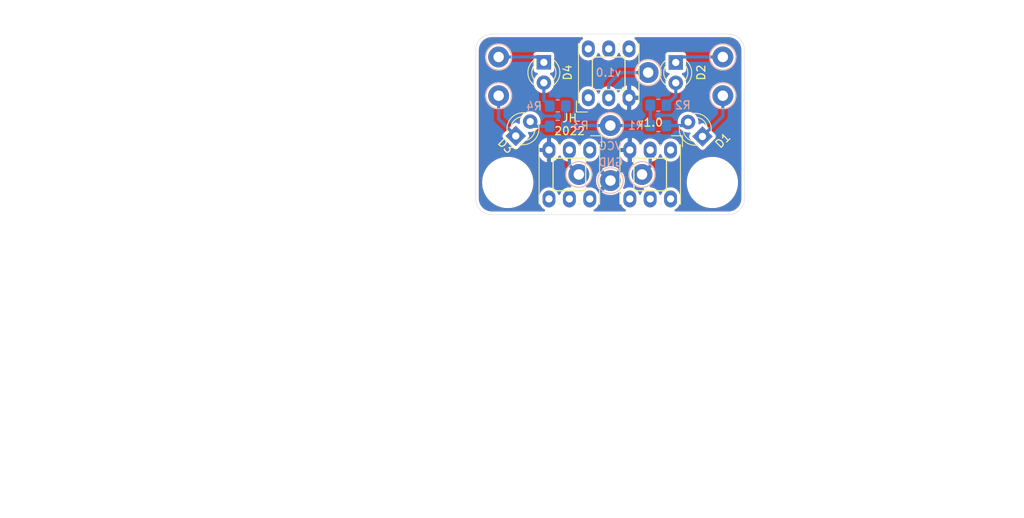
<source format=kicad_pcb>
(kicad_pcb (version 20211014) (generator pcbnew)
  (layers (0 "F.Cu" signal) (31 "B.Cu" signal) (34 "B.Paste" user) (35 "F.Paste" user) (36 "B.SilkS" user "B.Silkscreen") (37 "F.SilkS" user "F.Silkscreen") (38 "B.Mask" user) (39 "F.Mask" user) (44 "Edge.Cuts" user))
  (net 0 "")
  (net 1 "GND")
  (net 2 "VCC")
  (net 3 "Net-(D1-Pad2)")
  (net 4 "Net-(D2-Pad2)")
  (net 5 "Net-(D1-Pad1)")
  (net 6 "Net-(D2-Pad1)")
  (net 15 "Net-(D3-Pad1)")
  (net 16 "Net-(D3-Pad2)")
  (net 21 "Net-(D4-Pad1)")
  (net 22 "Net-(D4-Pad2)")
  (net 23 "Net-(OMINUS1-Pad1)")
  (net 24 "Net-(OMINUS2-Pad1)")
  (net 25 "Net-(OPLUS1-Pad1)")
  (footprint "MountingHole:MountingHole_3.2mm_M3" (layer "F.Cu") (at 110.366 42.656)
    (fp_text reference "H1" hide)
    (fp_text value "MountingHole")
    (pad "" np_thru_hole circle (at 0 0) (size 3.2 3.2) (drill 3.2) (layers F&B.Cu *.Mask) (clearance 1.6))
  )
  (footprint "MountingHole:MountingHole_3.2mm_M3" (layer "F.Cu") (at 84.866 42.656 90)
    (fp_text reference "H2" hide)
    (fp_text value "MountingHole")
    (pad "" np_thru_hole circle (at 0 0 90) (size 3.2 3.2) (drill 3.2) (layers F&B.Cu *.Mask) (clearance 1.6))
  )
  (footprint "Switch_KMZ:KLS7" (layer "F.Cu") (at 97.446 29.048 90)
    (fp_text reference "SWPLUS1" hide)
    (fp_text value "SW_Push_DPDT")
    (fp_line (start -3.67 1.15) (end -3.67 1.39) (layer "F.SilkS") (width 0.12))
    (fp_line (start -3.67 3.69) (end -3.67 3.77) (layer "F.SilkS") (width 0.12))
    (fp_line (start 2.032 -2.032) (end -2.032 -2.032) (layer "F.SilkS") (width 0.15))
    (fp_line (start -2.032 -2.032) (end -2.032 2.032) (layer "F.SilkS") (width 0.15))
    (fp_line (start -4.826 -4.02) (end -3.456 -4.02) (layer "F.SilkS") (width 0.12))
    (fp_line (start 3.67 -3.77) (end 3.67 -3.69) (layer "F.SilkS") (width 0.12))
    (fp_line (start 3.67 -1.39) (end 3.67 -1.15) (layer "F.SilkS") (width 0.12))
    (fp_line (start 3.67 1.15) (end 3.67 1.39) (layer "F.SilkS") (width 0.12))
    (fp_line (start -3.67 -3.77) (end 3.67 -3.77) (layer "F.SilkS") (width 0.12))
    (fp_line (start -3.67 -1.39) (end -3.67 -1.15) (layer "F.SilkS") (width 0.12))
    (fp_line (start 2.032 2.032) (end 2.032 -2.032) (layer "F.SilkS") (width 0.15))
    (fp_line (start -4.826 -2.65) (end -4.826 -4.02) (layer "F.SilkS") (width 0.12))
    (fp_line (start -3.67 3.77) (end 3.67 3.77) (layer "F.SilkS") (width 0.12))
    (fp_line (start -2.032 2.032) (end 2.032 2.032) (layer "F.SilkS") (width 0.15))
    (fp_line (start -3.67 -3.69) (end -3.67 -3.77) (layer "F.SilkS") (width 0.12))
    (fp_line (start 3.67 3.77) (end 3.67 3.69) (layer "F.SilkS") (width 0.12))
    (pad "1" thru_hole oval locked (at -3.048 -2.54 90) (size 2.1 1.6) (drill 0.9) (layers *.Cu *.Mask))
    (pad "2" thru_hole oval locked (at -3.048 2.54 90) (size 2.1 1.6) (drill 0.9) (layers *.Cu *.Mask) (net 1 "GND"))
    (pad "3" thru_hole oval locked (at -3.048 0 90) (size 2.1 1.6) (drill 0.9) (layers *.Cu *.Mask) (net 25 "Net-(OPLUS1-Pad1)"))
    (pad "4" thru_hole oval locked (at 3.048 2.54 90) (size 2.1 1.6) (drill 0.9) (layers *.Cu *.Mask))
    (pad "5" thru_hole oval locked (at 3.048 -2.54 90) (size 2.1 1.6) (drill 0.9) (layers *.Cu *.Mask))
    (pad "6" thru_hole oval locked (at 3.048 0 90) (size 2.1 1.6) (drill 0.9) (layers *.Cu *.Mask))
  )
  (footprint "LED_THT:LED_D3.0mm" (layer "F.Cu") (at 105.8 27.7 -90)
    (fp_text reference "D2" (at 1.256 -3.166 90) (layer "F.SilkS"))
    (fp_text value "PLUS")
    (fp_line (start -0.29 1.08) (end -0.29 1.236) (layer "F.SilkS") (width 0.12))
    (fp_line (start -0.29 -1.236) (end -0.29 -1.08) (layer "F.SilkS") (width 0.12))
    (fp_arc (start 2.31113 1.079837) (mid 1.270117 1.5) (end 0.229039 1.08) (layer "F.SilkS") (width 0.12))
    (fp_arc (start -0.29 -1.235516) (mid 1.366487 -1.987659) (end 2.942335 -1.078608) (layer "F.SilkS") (width 0.12))
    (fp_arc (start 2.942335 1.078608) (mid 1.366487 1.987659) (end -0.29 1.235516) (layer "F.SilkS") (width 0.12))
    (fp_arc (start 0.229039 -1.08) (mid 1.270117 -1.5) (end 2.31113 -1.079837) (layer "F.SilkS") (width 0.12))
    (pad "1" thru_hole rect (at 0 0 270) (size 1.8 1.8) (drill 0.9) (layers *.Cu *.Mask) (net 6 "Net-(D2-Pad1)"))
    (pad "2" thru_hole circle (at 2.54 0 270) (size 1.8 1.8) (drill 0.9) (layers *.Cu *.Mask) (net 4 "Net-(D2-Pad2)"))
  )
  (footprint "LED_THT:LED_D3.0mm" (layer "F.Cu") (at 109.13 36.922 135)
    (fp_text reference "D1" (at -2.155261 1.436841 225) (layer "F.SilkS"))
    (fp_text value "MINUS")
    (fp_line (start -0.29 -1.236) (end -0.29 -1.08) (layer "F.SilkS") (width 0.12))
    (fp_line (start -0.29 1.08) (end -0.29 1.236) (layer "F.SilkS") (width 0.12))
    (fp_arc (start 0.229039 -1.08) (mid 1.270118 -1.5) (end 2.31113 -1.079837) (layer "F.SilkS") (width 0.12))
    (fp_arc (start -0.29 -1.235516) (mid 1.366488 -1.987659) (end 2.942335 -1.078608) (layer "F.SilkS") (width 0.12))
    (fp_arc (start 2.31113 1.079837) (mid 1.270117 1.5) (end 0.229039 1.08) (layer "F.SilkS") (width 0.12))
    (fp_arc (start 2.942335 1.078608) (mid 1.366487 1.987659) (end -0.29 1.235516) (layer "F.SilkS") (width 0.12))
    (pad "1" thru_hole rect (at 0 0 135) (size 1.8 1.8) (drill 0.9) (layers *.Cu *.Mask) (net 5 "Net-(D1-Pad1)"))
    (pad "2" thru_hole circle (at 2.54 0 135) (size 1.8 1.8) (drill 0.9) (layers *.Cu *.Mask) (net 3 "Net-(D1-Pad2)"))
  )
  (footprint "Switch_KMZ:KLS7" (layer "F.Cu") (at 102.616 41.656 -90)
    (fp_text reference "SWMINUS1" hide)
    (fp_text value "SW_Push_DPDT")
    (fp_line (start -2.032 -2.032) (end -2.032 2.032) (layer "F.SilkS") (width 0.15))
    (fp_line (start -3.67 3.69) (end -3.67 3.77) (layer "F.SilkS") (width 0.12))
    (fp_line (start -4.826 -2.65) (end -4.826 -4.02) (layer "F.SilkS") (width 0.12))
    (fp_line (start -3.67 -3.69) (end -3.67 -3.77) (layer "F.SilkS") (width 0.12))
    (fp_line (start 3.67 1.15) (end 3.67 1.39) (layer "F.SilkS") (width 0.12))
    (fp_line (start 3.67 -1.39) (end 3.67 -1.15) (layer "F.SilkS") (width 0.12))
    (fp_line (start 3.67 -3.77) (end 3.67 -3.69) (layer "F.SilkS") (width 0.12))
    (fp_line (start -3.67 3.77) (end 3.67 3.77) (layer "F.SilkS") (width 0.12))
    (fp_line (start -3.67 -1.39) (end -3.67 -1.15) (layer "F.SilkS") (width 0.12))
    (fp_line (start -2.032 2.032) (end 2.032 2.032) (layer "F.SilkS") (width 0.15))
    (fp_line (start 2.032 -2.032) (end -2.032 -2.032) (layer "F.SilkS") (width 0.15))
    (fp_line (start -3.67 -3.77) (end 3.67 -3.77) (layer "F.SilkS") (width 0.12))
    (fp_line (start 3.67 3.77) (end 3.67 3.69) (layer "F.SilkS") (width 0.12))
    (fp_line (start -3.67 1.15) (end -3.67 1.39) (layer "F.SilkS") (width 0.12))
    (fp_line (start -4.826 -4.02) (end -3.456 -4.02) (layer "F.SilkS") (width 0.12))
    (fp_line (start 2.032 2.032) (end 2.032 -2.032) (layer "F.SilkS") (width 0.15))
    (pad "1" thru_hole oval locked (at -3.048 -2.54 270) (size 2.1 1.6) (drill 0.9) (layers *.Cu *.Mask))
    (pad "2" thru_hole oval locked (at -3.048 2.54 270) (size 2.1 1.6) (drill 0.9) (layers *.Cu *.Mask) (net 1 "GND"))
    (pad "3" thru_hole oval locked (at -3.048 0 270) (size 2.1 1.6) (drill 0.9) (layers *.Cu *.Mask) (net 23 "Net-(OMINUS1-Pad1)"))
    (pad "4" thru_hole oval locked (at 3.048 2.54 270) (size 2.1 1.6) (drill 0.9) (layers *.Cu *.Mask))
    (pad "5" thru_hole oval locked (at 3.048 -2.54 270) (size 2.1 1.6) (drill 0.9) (layers *.Cu *.Mask))
    (pad "6" thru_hole oval locked (at 3.048 0 270) (size 2.1 1.6) (drill 0.9) (layers *.Cu *.Mask))
  )
  (footprint "LED_THT:LED_D3.0mm" (layer "F.Cu") (at 89.366 27.681 -90)
    (fp_text reference "D4" (at 1.27 -2.96 90) (layer "F.SilkS"))
    (fp_text value "PLUS")
    (fp_line (start -0.29 -1.236) (end -0.29 -1.08) (layer "F.SilkS") (width 0.12))
    (fp_line (start -0.29 1.08) (end -0.29 1.236) (layer "F.SilkS") (width 0.12))
    (fp_arc (start -0.29 -1.235516) (mid 1.366487 -1.987659) (end 2.942335 -1.078608) (layer "F.SilkS") (width 0.12))
    (fp_arc (start 2.31113 1.079837) (mid 1.270117 1.5) (end 0.229039 1.08) (layer "F.SilkS") (width 0.12))
    (fp_arc (start 0.229039 -1.08) (mid 1.270117 -1.5) (end 2.31113 -1.079837) (layer "F.SilkS") (width 0.12))
    (fp_arc (start 2.942335 1.078608) (mid 1.366487 1.987659) (end -0.29 1.235516) (layer "F.SilkS") (width 0.12))
    (pad "1" thru_hole rect (at 0 0 270) (size 1.8 1.8) (drill 0.9) (layers *.Cu *.Mask) (net 21 "Net-(D4-Pad1)"))
    (pad "2" thru_hole circle (at 2.54 0 270) (size 1.8 1.8) (drill 0.9) (layers *.Cu *.Mask) (net 22 "Net-(D4-Pad2)"))
  )
  (footprint "LED_THT:LED_D3.0mm" (layer "F.Cu") (at 85.864439 36.857561 45)
    (fp_text reference "D3" (at -1.785358 -0.028284 135) (layer "F.SilkS"))
    (fp_text value "MINUS")
    (fp_line (start -0.29 -1.236) (end -0.29 -1.08) (layer "F.SilkS") (width 0.12))
    (fp_line (start -0.29 1.08) (end -0.29 1.236) (layer "F.SilkS") (width 0.12))
    (fp_arc (start 0.229039 -1.08) (mid 1.270118 -1.5) (end 2.31113 -1.079837) (layer "F.SilkS") (width 0.12))
    (fp_arc (start -0.29 -1.235516) (mid 1.366488 -1.987659) (end 2.942335 -1.078608) (layer "F.SilkS") (width 0.12))
    (fp_arc (start 2.942335 1.078608) (mid 1.366487 1.987659) (end -0.29 1.235516) (layer "F.SilkS") (width 0.12))
    (fp_arc (start 2.31113 1.079837) (mid 1.270117 1.5) (end 0.229039 1.08) (layer "F.SilkS") (width 0.12))
    (pad "1" thru_hole rect (at 0 0 45) (size 1.8 1.8) (drill 0.9) (layers *.Cu *.Mask) (net 15 "Net-(D3-Pad1)"))
    (pad "2" thru_hole circle (at 2.54 0 45) (size 1.8 1.8) (drill 0.9) (layers *.Cu *.Mask) (net 16 "Net-(D3-Pad2)"))
  )
  (footprint "Switch_KMZ:KLS7" (layer "F.Cu") (at 92.5435 41.656 -90)
    (fp_text reference "SWMINUS2" hide)
    (fp_text value "SW_Push_DPDT")
    (fp_line (start -3.67 1.15) (end -3.67 1.39) (layer "F.SilkS") (width 0.12))
    (fp_line (start -3.67 -3.69) (end -3.67 -3.77) (layer "F.SilkS") (width 0.12))
    (fp_line (start 2.032 2.032) (end 2.032 -2.032) (layer "F.SilkS") (width 0.15))
    (fp_line (start -2.032 -2.032) (end -2.032 2.032) (layer "F.SilkS") (width 0.15))
    (fp_line (start 3.67 -3.77) (end 3.67 -3.69) (layer "F.SilkS") (width 0.12))
    (fp_line (start -3.67 -3.77) (end 3.67 -3.77) (layer "F.SilkS") (width 0.12))
    (fp_line (start 3.67 -1.39) (end 3.67 -1.15) (layer "F.SilkS") (width 0.12))
    (fp_line (start -3.67 -1.39) (end -3.67 -1.15) (layer "F.SilkS") (width 0.12))
    (fp_line (start -4.826 -2.65) (end -4.826 -4.02) (layer "F.SilkS") (width 0.12))
    (fp_line (start 3.67 1.15) (end 3.67 1.39) (layer "F.SilkS") (width 0.12))
    (fp_line (start -3.67 3.69) (end -3.67 3.77) (layer "F.SilkS") (width 0.12))
    (fp_line (start 2.032 -2.032) (end -2.032 -2.032) (layer "F.SilkS") (width 0.15))
    (fp_line (start -2.032 2.032) (end 2.032 2.032) (layer "F.SilkS") (width 0.15))
    (fp_line (start -3.67 3.77) (end 3.67 3.77) (layer "F.SilkS") (width 0.12))
    (fp_line (start 3.67 3.77) (end 3.67 3.69) (layer "F.SilkS") (width 0.12))
    (fp_line (start -4.826 -4.02) (end -3.456 -4.02) (layer "F.SilkS") (width 0.12))
    (pad "1" thru_hole oval locked (at -3.048 -2.54 270) (size 2.1 1.6) (drill 0.9) (layers *.Cu *.Mask))
    (pad "2" thru_hole oval locked (at -3.048 2.54 270) (size 2.1 1.6) (drill 0.9) (layers *.Cu *.Mask) (net 1 "GND"))
    (pad "3" thru_hole oval locked (at -3.048 0 270) (size 2.1 1.6) (drill 0.9) (layers *.Cu *.Mask) (net 24 "Net-(OMINUS2-Pad1)"))
    (pad "4" thru_hole oval locked (at 3.048 2.54 270) (size 2.1 1.6) (drill 0.9) (layers *.Cu *.Mask))
    (pad "5" thru_hole oval locked (at 3.048 -2.54 270) (size 2.1 1.6) (drill 0.9) (layers *.Cu *.Mask))
    (pad "6" thru_hole oval locked (at 3.048 0 270) (size 2.1 1.6) (drill 0.9) (layers *.Cu *.Mask))
  )
  (footprint "Connector_Pin:Pin_D1.3mm_L11.0mm" (layer "B.Cu") (at 102.362 28.956)
    (fp_text reference "OPLUS1" hide)
    (fp_text value "pad")
    (fp_circle (center 0 0) (end 1.6 -0.05) (layer "B.SilkS") (width 0.12) (fill none))
    (pad "1" thru_hole circle (at 0 0) (size 2.6 2.6) (drill 1.3) (layers *.Cu *.Mask) (net 25 "Net-(OPLUS1-Pad1)"))
  )
  (footprint "Resistor_SMD:R_0805_2012Metric_Pad1.20x1.40mm_HandSolder" (layer "B.Cu") (at 103.632 35.56)
    (fp_text reference "R1" (at -2.794 -0.001414) (layer "B.SilkS") (effects (justify mirror)))
    (fp_text value "1k")
    (fp_line (start -0.227064 0.735) (end 0.227064 0.735) (layer "B.SilkS") (width 0.12))
    (fp_line (start -0.227064 -0.735) (end 0.227064 -0.735) (layer "B.SilkS") (width 0.12))
    (pad "1" smd roundrect (at -1 0) (size 1.2 1.4) (layers "B.Cu" "B.Paste" "B.Mask") (roundrect_rratio 0.208333) (net 2 "VCC"))
    (pad "2" smd roundrect (at 1 0) (size 1.2 1.4) (layers "B.Cu" "B.Paste" "B.Mask") (roundrect_rratio 0.208333) (net 3 "Net-(D1-Pad2)"))
  )
  (footprint "Connector_Pin:Pin_D1.3mm_L11.0mm" (layer "B.Cu") (at 111.67 31.842)
    (fp_text reference "IMINUS1" hide)
    (fp_text value "pad")
    (fp_circle (center 0 0) (end 1.6 -0.05) (layer "B.SilkS") (width 0.12) (fill none))
    (pad "1" thru_hole circle (at 0 0) (size 2.6 2.6) (drill 1.3) (layers *.Cu *.Mask) (net 5 "Net-(D1-Pad1)"))
  )
  (footprint "Resistor_SMD:R_0805_2012Metric_Pad1.20x1.40mm_HandSolder" (layer "B.Cu") (at 103.632 33.02)
    (fp_text reference "R2" (at 3.048 0) (layer "B.SilkS") (effects (justify mirror)))
    (fp_text value "1k")
    (fp_line (start -0.227064 -0.735) (end 0.227064 -0.735) (layer "B.SilkS") (width 0.12))
    (fp_line (start -0.227064 0.735) (end 0.227064 0.735) (layer "B.SilkS") (width 0.12))
    (pad "1" smd roundrect (at -1 0) (size 1.2 1.4) (layers "B.Cu" "B.Paste" "B.Mask") (roundrect_rratio 0.208333) (net 2 "VCC"))
    (pad "2" smd roundrect (at 1 0) (size 1.2 1.4) (layers "B.Cu" "B.Paste" "B.Mask") (roundrect_rratio 0.208333) (net 4 "Net-(D2-Pad2)"))
  )
  (footprint "Connector_Pin:Pin_D1.3mm_L11.0mm" (layer "B.Cu") (at 97.663 42.418)
    (fp_text reference "GND1" hide)
    (fp_text value "pad")
    (fp_circle (center 0 0) (end 1.6 -0.05) (layer "B.SilkS") (width 0.12) (fill none))
    (pad "1" thru_hole circle (at 0 0) (size 2.6 2.6) (drill 1.3) (layers *.Cu *.Mask) (net 1 "GND"))
  )
  (footprint "Connector_Pin:Pin_D1.3mm_L11.0mm" (layer "B.Cu") (at 97.65 35.56)
    (fp_text reference "VCC1" hide)
    (fp_text value "pad")
    (fp_circle (center 0 0) (end 1.6 -0.05) (layer "B.SilkS") (width 0.12) (fill none))
    (pad "1" thru_hole circle (at 0 0) (size 2.6 2.6) (drill 1.3) (layers *.Cu *.Mask) (net 2 "VCC"))
  )
  (footprint "Connector_Pin:Pin_D1.3mm_L11.0mm" (layer "B.Cu") (at 101.6 41.656)
    (fp_text reference "OMINUS1" hide)
    (fp_text value "pad")
    (fp_circle (center 0 0) (end 1.6 -0.05) (layer "B.SilkS") (width 0.12) (fill none))
    (pad "1" thru_hole circle (at 0 0) (size 2.6 2.6) (drill 1.3) (layers *.Cu *.Mask) (net 23 "Net-(OMINUS1-Pad1)"))
  )
  (footprint "Connector_Pin:Pin_D1.3mm_L11.0mm" (layer "B.Cu") (at 111.67 27.016)
    (fp_text reference "IPLUS1" hide)
    (fp_text value "pad")
    (fp_circle (center 0 0) (end 1.6 -0.05) (layer "B.SilkS") (width 0.12) (fill none))
    (pad "1" thru_hole circle (at 0 0) (size 2.6 2.6) (drill 1.3) (layers *.Cu *.Mask) (net 6 "Net-(D2-Pad1)"))
  )
  (footprint "Connector_Pin:Pin_D1.3mm_L11.0mm" (layer "B.Cu") (at 83.73 31.842 180)
    (fp_text reference "IMINUS2" hide)
    (fp_text value "pad")
    (fp_circle (center 0 0) (end 1.6 -0.05) (layer "B.SilkS") (width 0.12) (fill none))
    (pad "1" thru_hole circle (at 0 0 180) (size 2.6 2.6) (drill 1.3) (layers *.Cu *.Mask) (net 15 "Net-(D3-Pad1)"))
  )
  (footprint "Connector_Pin:Pin_D1.3mm_L11.0mm" (layer "B.Cu") (at 93.726 41.656 180)
    (fp_text reference "OMINUS2" hide)
    (fp_text value "pad")
    (fp_circle (center 0 0) (end 1.6 -0.05) (layer "B.SilkS") (width 0.12) (fill none))
    (pad "1" thru_hole circle (at 0 0 180) (size 2.6 2.6) (drill 1.3) (layers *.Cu *.Mask) (net 24 "Net-(OMINUS2-Pad1)"))
  )
  (footprint "Resistor_SMD:R_0805_2012Metric_Pad1.20x1.40mm_HandSolder" (layer "B.Cu") (at 91.096 33.112 180)
    (fp_text reference "R4" (at 2.958 -0.035) (layer "B.SilkS") (effects (justify mirror)))
    (fp_text value "1k")
    (fp_line (start -0.227064 -0.735) (end 0.227064 -0.735) (layer "B.SilkS") (width 0.12))
    (fp_line (start -0.227064 0.735) (end 0.227064 0.735) (layer "B.SilkS") (width 0.12))
    (pad "1" smd roundrect (at -1 0 180) (size 1.2 1.4) (layers "B.Cu" "B.Paste" "B.Mask") (roundrect_rratio 0.208333) (net 2 "VCC"))
    (pad "2" smd roundrect (at 1 0 180) (size 1.2 1.4) (layers "B.Cu" "B.Paste" "B.Mask") (roundrect_rratio 0.208333) (net 22 "Net-(D4-Pad2)"))
  )
  (footprint "Resistor_SMD:R_0805_2012Metric_Pad1.20x1.40mm_HandSolder" (layer "B.Cu") (at 91.096 35.652 180)
    (fp_text reference "R3" (at -2.884 0.092) (layer "B.SilkS") (effects (justify mirror)))
    (fp_text value "1k")
    (fp_line (start -0.227064 0.735) (end 0.227064 0.735) (layer "B.SilkS") (width 0.12))
    (fp_line (start -0.227064 -0.735) (end 0.227064 -0.735) (layer "B.SilkS") (width 0.12))
    (pad "1" smd roundrect (at -1 0 180) (size 1.2 1.4) (layers "B.Cu" "B.Paste" "B.Mask") (roundrect_rratio 0.208333) (net 2 "VCC"))
    (pad "2" smd roundrect (at 1 0 180) (size 1.2 1.4) (layers "B.Cu" "B.Paste" "B.Mask") (roundrect_rratio 0.208333) (net 16 "Net-(D3-Pad2)"))
  )
  (footprint "Connector_Pin:Pin_D1.3mm_L11.0mm" (layer "B.Cu") (at 83.73 27.016 180)
    (fp_text reference "IPLUS2" hide)
    (fp_text value "pad")
    (fp_circle (center 0 0) (end 1.6 -0.05) (layer "B.SilkS") (width 0.12) (fill none))
    (pad "1" thru_hole circle (at 0 0 180) (size 2.6 2.6) (drill 1.3) (layers *.Cu *.Mask) (net 21 "Net-(D4-Pad1)"))
  )
  (gr_line (start 80.866 44.656) (end 80.866 26.156001) (layer "Edge.Cuts") (width 0.05))
  (gr_line (start 114.366 26.156) (end 114.366 44.656) (layer "Edge.Cuts") (width 0.05))
  (gr_line (start 82.866 24.156001) (end 112.366 24.156) (layer "Edge.Cuts") (width 0.05))
  (gr_arc (start 82.866 46.656) (mid 81.451786 46.070214) (end 80.866 44.656) (layer "Edge.Cuts") (width 0.05))
  (gr_arc (start 112.366 24.156) (mid 113.780214 24.741786) (end 114.366 26.156) (layer "Edge.Cuts") (width 0.05))
  (gr_arc (start 80.866 26.156001) (mid 81.451786 24.741787) (end 82.866 24.156001) (layer "Edge.Cuts") (width 0.05))
  (gr_line (start 112.366 46.656) (end 82.866 46.656) (layer "Edge.Cuts") (width 0.05))
  (gr_arc (start 114.366 44.656) (mid 113.780214 46.070214) (end 112.366 46.656) (layer "Edge.Cuts") (width 0.05))
  (gr_text "GND" (at 97.7 40.132) (layer "B.SilkS") (effects (font (size 1 1)) (justify mirror)))
  (gr_text "VCC" (at 97.65 38.1) (layer "B.SilkS") (effects (font (size 1 1)) (justify mirror)))
  (gr_text "v1.0" (at 97.409 28.956) (layer "B.SilkS") (effects (font (size 1 1)) (justify mirror)))
  (gr_text "JH\n2022" (at 92.583 35.433) (layer "F.SilkS") (effects (font (size 1 1))))
  (gr_text "v1.0" (at 102.616 35.179) (layer "F.SilkS") (effects (font (size 1 1))))
  (segment (start 92.188 35.56) (end 97.446 35.56) (width 0.4) (layer "B.Cu") (net 2))
  (segment (start 92.096 33.112) (end 92.096 35.652) (width 0.4) (layer "B.Cu") (net 2))
  (segment (start 92.096 35.652) (end 92.188 35.56) (width 0.4) (layer "B.Cu") (net 2))
  (segment (start 102.632 33.02) (end 102.632 35.56) (width 0.4) (layer "B.Cu") (net 2))
  (segment (start 102.632 35.56) (end 97.446 35.56) (width 0.4) (layer "B.Cu") (net 2))
  (segment (start 104.632 35.56) (end 106.899898 35.56) (width 0.4) (layer "B.Cu") (net 3))
  (segment (start 106.899898 35.56) (end 107.333949 35.125949) (width 0.4) (layer "B.Cu") (net 3))
  (segment (start 105.8 30.24) (end 105.8 31.852) (width 0.4) (layer "B.Cu") (net 4))
  (segment (start 105.8 31.852) (end 104.632 33.02) (width 0.4) (layer "B.Cu") (net 4))
  (segment (start 111.67 34.382) (end 111.67 31.842) (width 0.4) (layer "B.Cu") (net 5))
  (segment (start 109.13 36.922) (end 111.67 34.382) (width 0.4) (layer "B.Cu") (net 5))
  (segment (start 106.484 27.016) (end 105.8 27.7) (width 0.4) (layer "B.Cu") (net 6))
  (segment (start 111.67 27.016) (end 106.484 27.016) (width 0.4) (layer "B.Cu") (net 6))
  (segment (start 83.73 31.842) (end 83.73 34.723122) (width 0.4) (layer "B.Cu") (net 15))
  (segment (start 83.73 34.723122) (end 85.864439 36.857561) (width 0.4) (layer "B.Cu") (net 15))
  (segment (start 90.096 35.652) (end 88.25098 35.652) (width 0.4) (layer "B.Cu") (net 16))
  (segment (start 88.25098 35.652) (end 87.66049 35.06151) (width 0.4) (layer "B.Cu") (net 16))
  (segment (start 83.73 27.016) (end 88.701 27.016) (width 0.4) (layer "B.Cu") (net 21))
  (segment (start 88.701 27.016) (end 89.366 27.681) (width 0.4) (layer "B.Cu") (net 21))
  (segment (start 89.366 32.382) (end 90.096 33.112) (width 0.4) (layer "B.Cu") (net 22))
  (segment (start 89.366 30.221) (end 89.366 32.382) (width 0.4) (layer "B.Cu") (net 22))
  (segment (start 102.616 38.608) (end 102.616 40.64) (width 0.4) (layer "B.Cu") (net 23))
  (segment (start 102.616 40.64) (end 101.6 41.656) (width 0.4) (layer "B.Cu") (net 23))
  (segment (start 92.5435 38.608) (end 92.5435 40.4735) (width 0.4) (layer "B.Cu") (net 24))
  (segment (start 92.5435 40.4735) (end 93.726 41.656) (width 0.4) (layer "B.Cu") (net 24))
  (segment (start 102.362 28.956) (end 98.88 28.956) (width 0.4) (layer "B.Cu") (net 25))
  (segment (start 97.446 32.096) (end 97.446 30.39) (width 0.4) (layer "B.Cu") (net 25))
  (segment (start 98.88 28.956) (end 97.446 30.39) (width 0.4) (layer "B.Cu") (net 25))
  (zone (net 1) (net_name "GND") (layer "F.Cu") (connect_pads (clearance 0.4)) (min_thickness 0.254) (fill yes (thermal_gap 0.508) (thermal_bridge_width 0.508))
    (polygon (pts (xy 114.366 24.156) (xy 114.366 41.156009) (xy 114.366 46.656) (xy 92.366 46.656) (xy 80.866 46.656) (xy 80.866 24.156) (xy 107.366 24.156)))
  )
  (zone (net 1) (net_name "GND") (layer "B.Cu") (connect_pads (clearance 0.4)) (min_thickness 0.254) (fill yes (thermal_gap 0.508) (thermal_bridge_width 0.508))
    (polygon (pts (xy 114.366 24.156) (xy 114.251633 41.214613) (xy 114.366 46.656) (xy 92.366 46.656) (xy 80.866 46.656) (xy 80.866 24.156) (xy 107.366 24.156)))
  )
)
</source>
